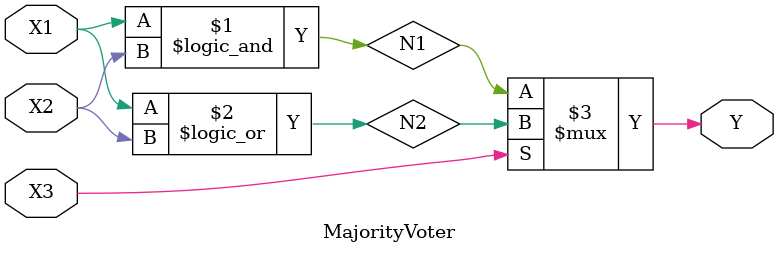
<source format=v>
`timescale 1ns / 1ps
module MajorityVoter (
    input X1,
    input X2,
    input X3,
    output Y
);

wire N1;
wire N2;

assign N1 = X1 && X2;
assign N2 = X1 || X2;

assign Y = X3 ? N2 : N1;

endmodule

</source>
